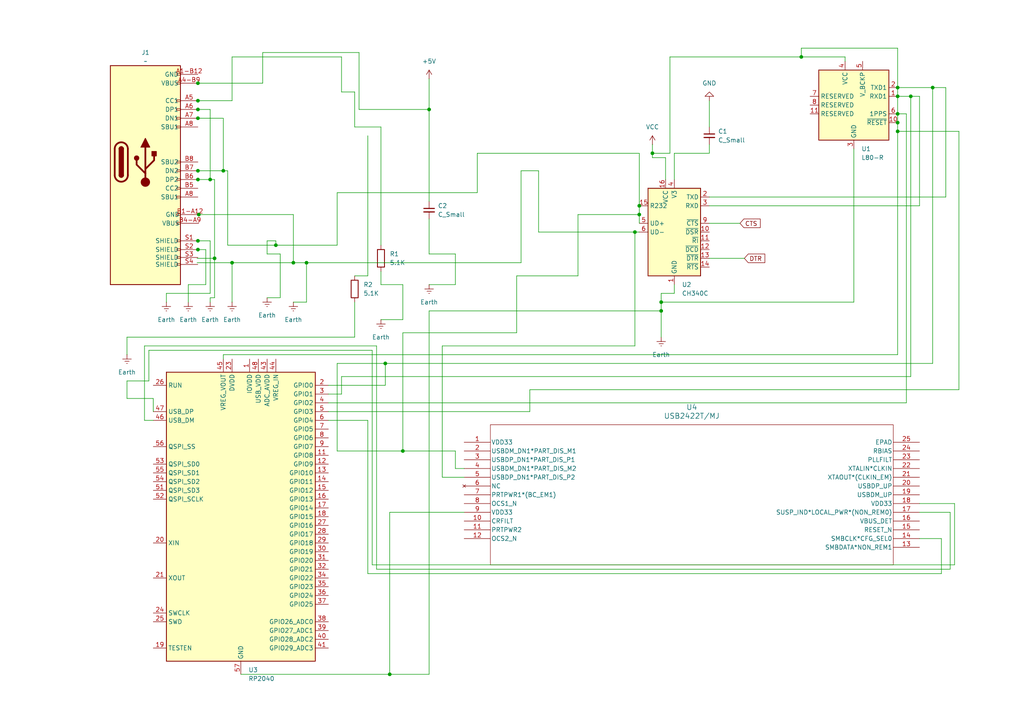
<source format=kicad_sch>
(kicad_sch (version 20231120) (generator "eeschema") (generator_version "8.0")
  (paper "A4")
  (lib_symbols
    (symbol "Device:C_Small" (pin_numbers hide) (pin_names (offset 0.254) hide)
      (property "Reference" "C" (at 0.254 1.778 0))
      (property "Value" "C_Small" (at 0.254 -2.032 0))
      (symbol "C_Small_0_1"
        (polyline (pts (xy -1.524 -0.508) (xy 1.524 -0.508)) (stroke (width 0.3302)))
        (polyline (pts (xy -1.524 0.508) (xy 1.524 0.508)) (stroke (width 0.3048)))
      )
      (symbol "C_Small_1_1"
        (pin passive line (at 0 2.54 270) (length 2.032) (name "~") (number "1"))
        (pin passive line (at 0 -2.54 90) (length 2.032) (name "~") (number "2"))
      )
    )
    (symbol "Device:R" (pin_numbers hide) (pin_names (offset 0))
      (property "Reference" "R" (at 2.032 0 90))
      (property "Value" "R" (at 0 0 90))
      (symbol "R_0_1"
        (rectangle (start -1.016 -2.54) (end 1.016 2.54) (stroke (width 0.254)))
      )
      (symbol "R_1_1"
        (pin passive line (at 0 3.81 270) (length 1.27) (name "~") (number "1"))
        (pin passive line (at 0 -3.81 90) (length 1.27) (name "~") (number "2"))
      )
    )
    (symbol "Interface_USB:CH340C"
      (property "Reference" "U" (at -5.08 13.97 0))
      (property "Value" "CH340C" (at 1.27 13.97 0))
      (symbol "CH340C_0_1"
        (rectangle (start -7.62 12.7) (end 7.62 -12.7) (stroke (width 0.254)) (fill (type background)))
      )
      (symbol "CH340C_1_1"
        (pin power_in line (at 0 -15.24 90) (length 2.54) (name "GND") (number "1"))
        (pin input line (at 10.16 0 180) (length 2.54) (name "~{DSR}") (number "10"))
        (pin input line (at 10.16 -2.54 180) (length 2.54) (name "~{RI}") (number "11"))
        (pin input line (at 10.16 -5.08 180) (length 2.54) (name "~{DCD}") (number "12"))
        (pin output line (at 10.16 -7.62 180) (length 2.54) (name "~{DTR}") (number "13"))
        (pin output line (at 10.16 -10.16 180) (length 2.54) (name "~{RTS}") (number "14"))
        (pin input line (at -10.16 7.62 0) (length 2.54) (name "R232") (number "15"))
        (pin power_in line (at -2.54 15.24 270) (length 2.54) (name "VCC") (number "16"))
        (pin output line (at 10.16 10.16 180) (length 2.54) (name "TXD") (number "2"))
        (pin input line (at 10.16 7.62 180) (length 2.54) (name "RXD") (number "3"))
        (pin power_out line (at 0 15.24 270) (length 2.54) (name "V3") (number "4"))
        (pin bidirectional line (at -10.16 2.54 0) (length 2.54) (name "UD+") (number "5"))
        (pin bidirectional line (at -10.16 0 0) (length 2.54) (name "UD-") (number "6"))
        (pin no_connect line (at -7.62 -5.08 0) (length 2.54) hide (name "NC") (number "7"))
        (pin no_connect line (at -7.62 -7.62 0) (length 2.54) hide (name "NC") (number "8"))
        (pin input line (at 10.16 2.54 180) (length 2.54) (name "~{CTS}") (number "9"))
      )
    )
    (symbol "MCU_RaspberryPi:RP2040"
      (property "Reference" "U" (at 17.78 45.72 0))
      (property "Value" "RP2040" (at 17.78 43.18 0))
      (symbol "RP2040_0_1"
        (rectangle (start -21.59 41.91) (end 21.59 -41.91) (stroke (width 0.254)) (fill (type background)))
      )
      (symbol "RP2040_1_1"
        (pin power_in line (at 2.54 45.72 270) (length 3.81) (name "IOVDD") (number "1"))
        (pin passive line (at 2.54 45.72 270) (length 3.81) hide (name "IOVDD") (number "10"))
        (pin bidirectional line (at 25.4 17.78 180) (length 3.81) (name "GPIO8") (number "11"))
        (pin bidirectional line (at 25.4 15.24 180) (length 3.81) (name "GPIO9") (number "12"))
        (pin bidirectional line (at 25.4 12.7 180) (length 3.81) (name "GPIO10") (number "13"))
        (pin bidirectional line (at 25.4 10.16 180) (length 3.81) (name "GPIO11") (number "14"))
        (pin bidirectional line (at 25.4 7.62 180) (length 3.81) (name "GPIO12") (number "15"))
        (pin bidirectional line (at 25.4 5.08 180) (length 3.81) (name "GPIO13") (number "16"))
        (pin bidirectional line (at 25.4 2.54 180) (length 3.81) (name "GPIO14") (number "17"))
        (pin bidirectional line (at 25.4 0 180) (length 3.81) (name "GPIO15") (number "18"))
        (pin input line (at -25.4 -38.1 0) (length 3.81) (name "TESTEN") (number "19"))
        (pin bidirectional line (at 25.4 38.1 180) (length 3.81) (name "GPIO0") (number "2"))
        (pin input line (at -25.4 -7.62 0) (length 3.81) (name "XIN") (number "20"))
        (pin passive line (at -25.4 -17.78 0) (length 3.81) (name "XOUT") (number "21"))
        (pin passive line (at 2.54 45.72 270) (length 3.81) hide (name "IOVDD") (number "22"))
        (pin power_in line (at -2.54 45.72 270) (length 3.81) (name "DVDD") (number "23"))
        (pin input line (at -25.4 -27.94 0) (length 3.81) (name "SWCLK") (number "24"))
        (pin bidirectional line (at -25.4 -30.48 0) (length 3.81) (name "SWD") (number "25"))
        (pin input line (at -25.4 38.1 0) (length 3.81) (name "RUN") (number "26"))
        (pin bidirectional line (at 25.4 -2.54 180) (length 3.81) (name "GPIO16") (number "27"))
        (pin bidirectional line (at 25.4 -5.08 180) (length 3.81) (name "GPIO17") (number "28"))
        (pin bidirectional line (at 25.4 -7.62 180) (length 3.81) (name "GPIO18") (number "29"))
        (pin bidirectional line (at 25.4 35.56 180) (length 3.81) (name "GPIO1") (number "3"))
        (pin bidirectional line (at 25.4 -10.16 180) (length 3.81) (name "GPIO19") (number "30"))
        (pin bidirectional line (at 25.4 -12.7 180) (length 3.81) (name "GPIO20") (number "31"))
        (pin bidirectional line (at 25.4 -15.24 180) (length 3.81) (name "GPIO21") (number "32"))
        (pin passive line (at 2.54 45.72 270) (length 3.81) hide (name "IOVDD") (number "33"))
        (pin bidirectional line (at 25.4 -17.78 180) (length 3.81) (name "GPIO22") (number "34"))
        (pin bidirectional line (at 25.4 -20.32 180) (length 3.81) (name "GPIO23") (number "35"))
        (pin bidirectional line (at 25.4 -22.86 180) (length 3.81) (name "GPIO24") (number "36"))
        (pin bidirectional line (at 25.4 -25.4 180) (length 3.81) (name "GPIO25") (number "37"))
        (pin bidirectional line (at 25.4 -30.48 180) (length 3.81) (name "GPIO26_ADC0") (number "38"))
        (pin bidirectional line (at 25.4 -33.02 180) (length 3.81) (name "GPIO27_ADC1") (number "39"))
        (pin bidirectional line (at 25.4 33.02 180) (length 3.81) (name "GPIO2") (number "4"))
        (pin bidirectional line (at 25.4 -35.56 180) (length 3.81) (name "GPIO28_ADC2") (number "40"))
        (pin bidirectional line (at 25.4 -38.1 180) (length 3.81) (name "GPIO29_ADC3") (number "41"))
        (pin passive line (at 2.54 45.72 270) (length 3.81) hide (name "IOVDD") (number "42"))
        (pin power_in line (at 7.62 45.72 270) (length 3.81) (name "ADC_AVDD") (number "43"))
        (pin power_in line (at 10.16 45.72 270) (length 3.81) (name "VREG_IN") (number "44"))
        (pin power_out line (at -5.08 45.72 270) (length 3.81) (name "VREG_VOUT") (number "45"))
        (pin bidirectional line (at -25.4 27.94 0) (length 3.81) (name "USB_DM") (number "46"))
        (pin bidirectional line (at -25.4 30.48 0) (length 3.81) (name "USB_DP") (number "47"))
        (pin power_in line (at 5.08 45.72 270) (length 3.81) (name "USB_VDD") (number "48"))
        (pin passive line (at 2.54 45.72 270) (length 3.81) hide (name "IOVDD") (number "49"))
        (pin bidirectional line (at 25.4 30.48 180) (length 3.81) (name "GPIO3") (number "5"))
        (pin passive line (at -2.54 45.72 270) (length 3.81) hide (name "DVDD") (number "50"))
        (pin bidirectional line (at -25.4 7.62 0) (length 3.81) (name "QSPI_SD3") (number "51"))
        (pin output line (at -25.4 5.08 0) (length 3.81) (name "QSPI_SCLK") (number "52"))
        (pin bidirectional line (at -25.4 15.24 0) (length 3.81) (name "QSPI_SD0") (number "53"))
        (pin bidirectional line (at -25.4 10.16 0) (length 3.81) (name "QSPI_SD2") (number "54"))
        (pin bidirectional line (at -25.4 12.7 0) (length 3.81) (name "QSPI_SD1") (number "55"))
        (pin bidirectional line (at -25.4 20.32 0) (length 3.81) (name "QSPI_SS") (number "56"))
        (pin power_in line (at 0 -45.72 90) (length 3.81) (name "GND") (number "57"))
        (pin bidirectional line (at 25.4 27.94 180) (length 3.81) (name "GPIO4") (number "6"))
        (pin bidirectional line (at 25.4 25.4 180) (length 3.81) (name "GPIO5") (number "7"))
        (pin bidirectional line (at 25.4 22.86 180) (length 3.81) (name "GPIO6") (number "8"))
        (pin bidirectional line (at 25.4 20.32 180) (length 3.81) (name "GPIO7") (number "9"))
      )
    )
    (symbol "RF_GPS:L80-R"
      (property "Reference" "U" (at -10.16 11.43 0))
      (property "Value" "L80-R" (at 10.16 11.43 0))
      (symbol "L80-R_0_1"
        (rectangle (start -10.16 10.16) (end 10.16 -10.16) (stroke (width 0.254)) (fill (type background)))
      )
      (symbol "L80-R_1_1"
        (pin input line (at 12.7 2.54 180) (length 2.54) (name "RXD1") (number "1"))
        (pin input line (at 12.7 -5.08 180) (length 2.54) (name "~{RESET}") (number "10"))
        (pin passive line (at -12.7 -2.54 0) (length 2.54) (name "RESERVED") (number "11"))
        (pin passive line (at 0 -12.7 90) (length 2.54) hide (name "GND") (number "12"))
        (pin output line (at 12.7 5.08 180) (length 2.54) (name "TXD1") (number "2"))
        (pin power_in line (at 0 -12.7 90) (length 2.54) (name "GND") (number "3"))
        (pin power_in line (at -2.54 12.7 270) (length 2.54) (name "VCC") (number "4"))
        (pin power_in line (at 2.54 12.7 270) (length 2.54) (name "V_BCKP") (number "5"))
        (pin output line (at 12.7 -2.54 180) (length 2.54) (name "1PPS") (number "6"))
        (pin passive line (at -12.7 2.54 0) (length 2.54) (name "RESERVED") (number "7"))
        (pin passive line (at -12.7 0 0) (length 2.54) (name "RESERVED") (number "8"))
        (pin no_connect line (at 10.16 0 180) (length 2.54) hide (name "NC") (number "9"))
      )
    )
    (symbol "power:+5V" (power) (pin_numbers hide) (pin_names (offset 0) hide)
      (property "Value" "+5V" (at 0 3.556 0))
      (symbol "+5V_0_1"
        (polyline (pts (xy -0.762 1.27) (xy 0 2.54)))
        (polyline (pts (xy 0 0) (xy 0 2.54)))
        (polyline (pts (xy 0 2.54) (xy 0.762 1.27)))
      )
      (symbol "+5V_1_1"
        (pin power_in line (at 0 0 90) (length 0) (name "~") (number "1"))
      )
    )
    (symbol "power:Earth" (power) (pin_numbers hide) (pin_names (offset 0) hide)
      (property "Value" "Earth" (at 0 -3.81 0))
      (symbol "Earth_0_1"
        (polyline (pts (xy -0.635 -1.905) (xy 0.635 -1.905)))
        (polyline (pts (xy -0.127 -2.54) (xy 0.127 -2.54)))
        (polyline (pts (xy 0 -1.27) (xy 0 0)))
        (polyline (pts (xy 1.27 -1.27) (xy -1.27 -1.27)))
      )
      (symbol "Earth_1_1"
        (pin power_in line (at 0 0 270) (length 0) (name "~") (number "1"))
      )
    )
    (symbol "power:GND" (power) (pin_numbers hide) (pin_names (offset 0) hide)
      (property "Value" "GND" (at 0 -3.81 0))
      (symbol "GND_0_1"
        (polyline (pts (xy 0 0) (xy 0 -1.27) (xy 1.27 -1.27) (xy 0 -2.54) (xy -1.27 -1.27) (xy 0 -1.27)))
      )
      (symbol "GND_1_1"
        (pin power_in line (at 0 0 270) (length 0) (name "~") (number "1"))
      )
    )
    (symbol "power:VCC" (power) (pin_numbers hide) (pin_names (offset 0) hide)
      (property "Value" "VCC" (at 0 3.556 0))
      (symbol "VCC_0_1"
        (polyline (pts (xy -0.762 1.27) (xy 0 2.54)))
        (polyline (pts (xy 0 0) (xy 0 2.54)))
        (polyline (pts (xy 0 2.54) (xy 0.762 1.27)))
      )
      (symbol "VCC_1_1"
        (pin power_in line (at 0 0 90) (length 0) (name "~") (number "1"))
      )
    )
    (symbol "usb-c12pin:USB-C12Pn"
      (property "Reference" "J" (at 0 0 0))
      (symbol "USB-C12Pn_0_0"
        (rectangle (start -5.842 -0.254) (end -4.826 -0.762))
        (rectangle (start -5.842 1.778) (end -4.826 1.27))
        (rectangle (start -5.842 24.384) (end -4.826 23.876))
        (rectangle (start -5.842 39.624) (end -4.826 39.116))
        (rectangle (start -5.842 42.164) (end -4.826 41.656))
        (rectangle (start -5.842 44.704) (end -4.826 44.196))
        (rectangle (start -5.842 52.324) (end -4.826 51.816))
        (rectangle (start -4.826 4.064) (end -5.842 3.556))
        (rectangle (start -4.826 6.604) (end -5.842 6.096))
        (rectangle (start -4.826 11.684) (end -5.842 11.176))
        (rectangle (start -4.826 14.224) (end -5.842 13.716))
        (rectangle (start -4.826 19.304) (end -5.842 18.796))
        (rectangle (start -4.826 21.844) (end -5.842 21.336))
        (rectangle (start -4.826 26.924) (end -5.842 26.416))
        (rectangle (start -4.826 29.464) (end -5.842 28.956))
        (rectangle (start -4.826 47.244) (end -5.842 46.736))
        (rectangle (start -4.826 54.864) (end -5.842 54.356))
      )
      (symbol "USB-C12Pn_0_1"
        (rectangle (start -25.146 57.15) (end -4.826 -6.35) (stroke (width 0.254)) (fill (type background)))
        (arc (start -23.876 25.4) (mid -21.971 23.5033) (end -20.066 25.4) (stroke (width 0.508)))
        (arc (start -22.606 25.4) (mid -21.971 24.7677) (end -21.336 25.4) (stroke (width 0.254)))
        (arc (start -22.606 25.4) (mid -21.971 24.7677) (end -21.336 25.4) (stroke (width 0.254)) (fill (type outline)))
        (rectangle (start -22.606 25.4) (end -21.336 33.02) (stroke (width 0.254)) (fill (type outline)))
        (arc (start -21.336 33.02) (mid -21.971 33.6523) (end -22.606 33.02) (stroke (width 0.254)))
        (arc (start -21.336 33.02) (mid -21.971 33.6523) (end -22.606 33.02) (stroke (width 0.254)) (fill (type outline)))
        (arc (start -20.066 33.02) (mid -21.971 34.9167) (end -23.876 33.02) (stroke (width 0.508)))
        (polyline (pts (xy -23.876 25.4) (xy -23.876 33.02)) (stroke (width 0.508)))
        (polyline (pts (xy -20.066 33.02) (xy -20.066 25.4)) (stroke (width 0.508)))
      )
      (symbol "USB-C12Pn_1_1"
        (circle (center -17.526 30.353) (radius 0.635) (stroke (width 0.254)) (fill (type outline)))
        (circle (center -14.986 23.368) (radius 1.27) (fill (type outline)))
        (rectangle (start -13.081 30.988) (end -11.811 32.258) (stroke (width 0.254)) (fill (type outline)))
        (polyline (pts (xy -14.986 23.368) (xy -14.986 33.528)) (stroke (width 0.508)))
        (polyline (pts (xy -14.986 25.908) (xy -17.526 28.448) (xy -17.526 29.718)) (stroke (width 0.508)))
        (polyline (pts (xy -14.986 27.178) (xy -12.446 29.718) (xy -12.446 30.988)) (stroke (width 0.508)))
        (polyline (pts (xy -16.256 33.528) (xy -14.986 36.068) (xy -13.716 33.528) (xy -16.256 33.528)) (stroke (width 0.254)) (fill (type outline)))
        (pin passive line (at 0.254 54.61 180) (length 5.08) (name "GND") (number "A1-B12"))
        (pin bidirectional line (at 0.254 52.07 180) (length 5.08) (name "VBUS") (number "A4-B9"))
        (pin bidirectional line (at 0.254 46.99 180) (length 5.08) (name "CC1") (number "A5"))
        (pin bidirectional line (at 0.254 44.45 180) (length 5.08) (name "DP1") (number "A6"))
        (pin bidirectional line (at 0.254 41.91 180) (length 5.08) (name "DN1") (number "A7"))
        (pin bidirectional line (at 0.254 19.05 180) (length 5.08) (name "SBU1") (number "A8"))
        (pin bidirectional line (at 0.254 39.37 180) (length 5.08) (name "SBU1") (number "A8"))
        (pin passive line (at 0.508 13.97 180) (length 5.08) (name "GND") (number "B1-A12"))
        (pin bidirectional line (at 0.508 11.43 180) (length 5.08) (name "VBUS") (number "B4-A9"))
        (pin bidirectional line (at 0.254 21.59 180) (length 5.08) (name "CC2") (number "B5"))
        (pin bidirectional line (at 0.254 24.13 180) (length 5.08) (name "DP2") (number "B6"))
        (pin bidirectional line (at 0.254 26.67 180) (length 5.08) (name "DN2") (number "B7"))
        (pin bidirectional line (at 0.254 29.21 180) (length 5.08) (name "SBU2") (number "B8"))
        (pin passive line (at 0.254 6.35 180) (length 5.08) (name "SHIELD") (number "S1"))
        (pin passive line (at 0.254 3.81 180) (length 5.08) (name "SHIELD") (number "S2"))
        (pin passive line (at 0.254 1.524 180) (length 5.08) (name "SHIELD") (number "S3"))
        (pin passive line (at 0.254 -0.508 180) (length 5.08) (name "SHIELD") (number "S4"))
      )
    )
    (symbol "usbhubdigikey:USB2422T_MJ" (pin_names (offset 0.254))
      (property "Reference" "U" (at 66.04 10.16 0))
      (property "Value" "USB2422T/MJ" (at 66.04 7.62 0))
      (symbol "USB2422T_MJ_0_1"
        (polyline (pts (xy 7.62 -35.56) (xy 124.46 -35.56)) (stroke (width 0.127)))
        (polyline (pts (xy 7.62 5.08) (xy 7.62 -35.56)) (stroke (width 0.127)))
        (polyline (pts (xy 124.46 -35.56) (xy 124.46 5.08)) (stroke (width 0.127)))
        (polyline (pts (xy 124.46 5.08) (xy 7.62 5.08)) (stroke (width 0.127)))
        (pin power_in line (at 0 0 0) (length 7.62) (name "VDD33") (number "1"))
        (pin unspecified line (at 0 -22.86 0) (length 7.62) (name "CRFILT") (number "10"))
        (pin power_in line (at 0 -25.4 0) (length 7.62) (name "PRTPWR2") (number "11"))
        (pin bidirectional line (at 0 -27.94 0) (length 7.62) (name "OCS2_N") (number "12"))
        (pin bidirectional line (at 132.08 -30.48 180) (length 7.62) (name "SMBDATA*NON_REM1") (number "13"))
        (pin bidirectional line (at 132.08 -27.94 180) (length 7.62) (name "SMBCLK*CFG_SEL0") (number "14"))
        (pin input line (at 132.08 -25.4 180) (length 7.62) (name "RESET_N") (number "15"))
        (pin input line (at 132.08 -22.86 180) (length 7.62) (name "VBUS_DET") (number "16"))
        (pin bidirectional line (at 132.08 -20.32 180) (length 7.62) (name "SUSP_IND*LOCAL_PWR*(NON_REM0)") (number "17"))
        (pin power_in line (at 132.08 -17.78 180) (length 7.62) (name "VDD33") (number "18"))
        (pin bidirectional line (at 132.08 -15.24 180) (length 7.62) (name "USBDM_UP") (number "19"))
        (pin bidirectional line (at 0 -2.54 0) (length 7.62) (name "USBDM_DN1*PART_DIS_M1") (number "2"))
        (pin bidirectional line (at 132.08 -12.7 180) (length 7.62) (name "USBDP_UP") (number "20"))
        (pin output line (at 132.08 -10.16 180) (length 7.62) (name "XTAOUT*(CLKIN_EM)") (number "21"))
        (pin input line (at 132.08 -7.62 180) (length 7.62) (name "XTALIN*CLKIN") (number "22"))
        (pin unspecified line (at 132.08 -5.08 180) (length 7.62) (name "PLLFILT") (number "23"))
        (pin unspecified line (at 132.08 -2.54 180) (length 7.62) (name "RBIAS") (number "24"))
        (pin unspecified line (at 132.08 0 180) (length 7.62) (name "EPAD") (number "25"))
        (pin bidirectional line (at 0 -5.08 0) (length 7.62) (name "USBDP_DN1*PART_DIS_P1") (number "3"))
        (pin bidirectional line (at 0 -7.62 0) (length 7.62) (name "USBDM_DN1*PART_DIS_M2") (number "4"))
        (pin bidirectional line (at 0 -10.16 0) (length 7.62) (name "USBDP_DN1*PART_DIS_P2") (number "5"))
        (pin no_connect line (at 0 -12.7 0) (length 7.62) (name "NC") (number "6"))
        (pin power_in line (at 0 -15.24 0) (length 7.62) (name "PRTPWR1*(BC_EM1)") (number "7"))
        (pin bidirectional line (at 0 -17.78 0) (length 7.62) (name "OCS1_N") (number "8"))
        (pin power_in line (at 0 -20.32 0) (length 7.62) (name "VDD33") (number "9"))
      )
    )
  )
  (junction (at 189.23 44.45))
  (junction (at 260.35 25.4))
  (junction (at 85.09 76.2))
  (junction (at 124.46 31.75))
  (junction (at 57.658 62.23))
  (junction (at 57.404 49.53))
  (junction (at 57.404 72.39))
  (junction (at 57.404 31.75))
  (junction (at 116.84 130.81))
  (junction (at 260.35 33.02))
  (junction (at 67.31 76.2))
  (junction (at 113.03 195.58))
  (junction (at 191.77 90.17))
  (junction (at 57.404 69.85))
  (junction (at 88.9 76.2))
  (junction (at 57.404 24.13))
  (junction (at 57.404 52.07))
  (junction (at 260.35 35.56))
  (junction (at 260.35 27.94))
  (junction (at 264.16 27.94))
  (junction (at 111.76 105.41))
  (junction (at 191.77 87.63))
  (junction (at 260.35 38.1))
  (junction (at 60.96 52.07))
  (junction (at 270.51 25.4))
  (junction (at 185.42 59.69))
  (junction (at 185.42 62.23))
  (junction (at 57.404 29.21))
  (junction (at 184.15 67.31))
  (junction (at 57.404 34.29))
  (junction (at 62.23 74.93))
  (junction (at 232.41 16.51))
  (junction (at 80.01 71.12))
  (junction (at 64.77 49.53))
  (wire (pts (xy 102.87 26.67) (xy 102.87 36.83)))
  (wire (pts (xy 195.58 85.09) (xy 195.58 82.55)))
  (wire (pts (xy 102.87 97.79) (xy 102.87 87.63)))
  (wire (pts (xy 67.31 29.21) (xy 67.31 16.51)))
  (wire (pts (xy 77.47 73.66) (xy 81.28 73.66)))
  (wire (pts (xy 99.06 109.22) (xy 99.06 114.3)))
  (wire (pts (xy 104.14 31.75) (xy 124.46 31.75)))
  (wire (pts (xy 54.61 82.55) (xy 54.61 87.63)))
  (wire (pts (xy 205.74 57.15) (xy 274.32 57.15)))
  (wire (pts (xy 81.28 86.36) (xy 77.47 86.36)))
  (wire (pts (xy 59.69 72.39) (xy 59.69 82.55)))
  (wire (pts (xy 266.7 27.94) (xy 266.7 59.69)))
  (wire (pts (xy 189.23 44.45) (xy 189.23 45.72)))
  (wire (pts (xy 185.42 59.69) (xy 185.42 62.23)))
  (wire (pts (xy 99.06 109.22) (xy 264.16 109.22)))
  (wire (pts (xy 116.84 96.52) (xy 116.84 130.81)))
  (wire (pts (xy 245.11 17.78) (xy 245.11 16.51)))
  (wire (pts (xy 57.15 52.07) (xy 57.404 52.07)))
  (wire (pts (xy 57.404 29.21) (xy 67.31 29.21)))
  (wire (pts (xy 57.15 76.2) (xy 67.31 76.2)))
  (wire (pts (xy 156.21 49.53) (xy 156.21 67.31)))
  (wire (pts (xy 81.28 73.66) (xy 81.28 86.36)))
  (wire (pts (xy 106.68 166.37) (xy 106.68 121.92)))
  (wire (pts (xy 111.76 111.76) (xy 95.25 111.76)))
  (wire (pts (xy 88.9 76.2) (xy 151.13 76.2)))
  (wire (pts (xy 167.64 80.01) (xy 149.86 80.01)))
  (wire (pts (xy 232.41 16.51) (xy 245.11 16.51)))
  (wire (pts (xy 110.49 78.74) (xy 110.49 82.55)))
  (wire (pts (xy 62.23 52.07) (xy 62.23 74.93)))
  (wire (pts (xy 110.49 82.55) (xy 116.84 82.55)))
  (wire (pts (xy 260.35 33.02) (xy 260.35 35.56)))
  (wire (pts (xy 116.84 92.71) (xy 110.49 92.71)))
  (wire (pts (xy 260.35 13.97) (xy 232.41 13.97)))
  (wire (pts (xy 80.01 69.85) (xy 80.01 71.12)))
  (wire (pts (xy 57.15 74.93) (xy 62.23 74.93)))
  (wire (pts (xy 185.42 62.23) (xy 167.64 62.23)))
  (wire (pts (xy 124.46 63.5) (xy 124.46 73.66)))
  (wire (pts (xy 149.86 80.01) (xy 149.86 96.52)))
  (wire (pts (xy 132.08 135.89) (xy 134.62 135.89)))
  (wire (pts (xy 184.15 67.31) (xy 185.42 67.31)))
  (wire (pts (xy 106.68 80.01) (xy 102.87 80.01)))
  (wire (pts (xy 106.68 39.37) (xy 106.68 80.01)))
  (wire (pts (xy 124.46 90.17) (xy 124.46 195.58)))
  (wire (pts (xy 44.45 115.57) (xy 36.83 115.57)))
  (wire (pts (xy 66.04 49.53) (xy 66.04 71.12)))
  (wire (pts (xy 60.96 86.36) (xy 60.96 87.63)))
  (wire (pts (xy 107.95 163.83) (xy 276.86 163.83)))
  (wire (pts (xy 260.35 13.97) (xy 260.35 25.4)))
  (wire (pts (xy 193.04 52.07) (xy 193.04 45.72)))
  (wire (pts (xy 278.13 38.1) (xy 260.35 38.1)))
  (wire (pts (xy 274.32 25.4) (xy 274.32 57.15)))
  (wire (pts (xy 67.31 76.2) (xy 85.09 76.2)))
  (wire (pts (xy 64.77 104.14) (xy 64.77 102.87)))
  (wire (pts (xy 57.404 34.29) (xy 64.77 34.29)))
  (wire (pts (xy 77.47 69.85) (xy 77.47 73.66)))
  (wire (pts (xy 57.15 69.85) (xy 57.404 69.85)))
  (wire (pts (xy 194.31 16.51) (xy 194.31 44.45)))
  (wire (pts (xy 151.13 49.53) (xy 156.21 49.53)))
  (wire (pts (xy 60.96 69.85) (xy 60.96 85.09)))
  (wire (pts (xy 232.41 13.97) (xy 232.41 16.51)))
  (wire (pts (xy 266.7 148.59) (xy 275.59 148.59)))
  (wire (pts (xy 273.05 166.37) (xy 106.68 166.37)))
  (wire (pts (xy 85.09 62.23) (xy 85.09 76.2)))
  (wire (pts (xy 57.15 31.75) (xy 57.404 31.75)))
  (wire (pts (xy 57.658 62.23) (xy 85.09 62.23)))
  (wire (pts (xy 41.91 121.92) (xy 44.45 121.92)))
  (wire (pts (xy 191.77 90.17) (xy 124.46 90.17)))
  (wire (pts (xy 60.96 52.07) (xy 62.23 52.07)))
  (wire (pts (xy 62.23 74.93) (xy 62.23 86.36)))
  (wire (pts (xy 191.77 90.17) (xy 191.77 97.79)))
  (wire (pts (xy 205.74 41.91) (xy 205.74 44.45)))
  (wire (pts (xy 185.42 62.23) (xy 185.42 64.77)))
  (wire (pts (xy 95.25 119.38) (xy 153.67 119.38)))
  (wire (pts (xy 260.35 38.1) (xy 260.35 102.87)))
  (wire (pts (xy 99.06 26.67) (xy 102.87 26.67)))
  (wire (pts (xy 36.83 115.57) (xy 36.83 110.49)))
  (wire (pts (xy 43.18 101.6) (xy 107.95 101.6)))
  (wire (pts (xy 260.35 25.4) (xy 270.51 25.4)))
  (wire (pts (xy 66.04 71.12) (xy 80.01 71.12)))
  (wire (pts (xy 214.63 64.77) (xy 205.74 64.77)))
  (wire (pts (xy 97.79 71.12) (xy 97.79 55.88)))
  (wire (pts (xy 134.62 138.43) (xy 128.27 138.43)))
  (wire (pts (xy 194.31 16.51) (xy 232.41 16.51)))
  (wire (pts (xy 104.14 15.24) (xy 104.14 31.75)))
  (wire (pts (xy 80.01 71.12) (xy 97.79 71.12)))
  (wire (pts (xy 113.03 148.59) (xy 134.62 148.59)))
  (wire (pts (xy 76.2 15.24) (xy 104.14 15.24)))
  (wire (pts (xy 57.15 24.13) (xy 57.404 24.13)))
  (wire (pts (xy 260.35 33.02) (xy 262.89 33.02)))
  (wire (pts (xy 184.15 100.33) (xy 184.15 67.31)))
  (wire (pts (xy 44.45 119.38) (xy 44.45 115.57)))
  (wire (pts (xy 57.404 31.75) (xy 60.96 31.75)))
  (wire (pts (xy 260.35 27.94) (xy 260.35 33.02)))
  (wire (pts (xy 275.59 165.1) (xy 109.22 165.1)))
  (wire (pts (xy 260.35 35.56) (xy 260.35 38.1)))
  (wire (pts (xy 69.85 195.58) (xy 113.03 195.58)))
  (wire (pts (xy 124.46 73.66) (xy 132.08 73.66)))
  (wire (pts (xy 109.22 100.33) (xy 41.91 100.33)))
  (wire (pts (xy 77.47 69.85) (xy 80.01 69.85)))
  (wire (pts (xy 124.46 31.75) (xy 124.46 58.42)))
  (wire (pts (xy 185.42 44.45) (xy 185.42 59.69)))
  (wire (pts (xy 57.15 62.23) (xy 57.658 62.23)))
  (wire (pts (xy 195.58 44.45) (xy 195.58 52.07)))
  (wire (pts (xy 215.9 74.93) (xy 205.74 74.93)))
  (wire (pts (xy 191.77 87.63) (xy 191.77 90.17)))
  (wire (pts (xy 189.23 41.91) (xy 189.23 44.45)))
  (wire (pts (xy 273.05 156.21) (xy 273.05 166.37)))
  (wire (pts (xy 36.83 97.79) (xy 36.83 102.87)))
  (wire (pts (xy 205.74 29.21) (xy 205.74 36.83)))
  (wire (pts (xy 57.404 52.07) (xy 60.96 52.07)))
  (wire (pts (xy 99.06 16.51) (xy 99.06 26.67)))
  (wire (pts (xy 57.404 24.13) (xy 76.2 24.13)))
  (wire (pts (xy 57.404 72.39) (xy 59.69 72.39)))
  (wire (pts (xy 270.51 25.4) (xy 270.51 105.41)))
  (wire (pts (xy 191.77 85.09) (xy 191.77 87.63)))
  (wire (pts (xy 60.96 31.75) (xy 60.96 52.07)))
  (wire (pts (xy 110.49 71.12) (xy 110.49 36.83)))
  (wire (pts (xy 88.9 87.63) (xy 85.09 87.63)))
  (wire (pts (xy 167.64 62.23) (xy 167.64 80.01)))
  (wire (pts (xy 85.09 76.2) (xy 88.9 76.2)))
  (wire (pts (xy 116.84 82.55) (xy 116.84 92.71)))
  (wire (pts (xy 57.15 34.29) (xy 57.404 34.29)))
  (wire (pts (xy 195.58 44.45) (xy 205.74 44.45)))
  (wire (pts (xy 193.04 45.72) (xy 189.23 45.72)))
  (wire (pts (xy 106.68 121.92) (xy 95.25 121.92)))
  (wire (pts (xy 264.16 27.94) (xy 266.7 27.94)))
  (wire (pts (xy 266.7 156.21) (xy 273.05 156.21)))
  (wire (pts (xy 97.79 105.41) (xy 97.79 130.81)))
  (wire (pts (xy 247.65 43.18) (xy 247.65 87.63)))
  (wire (pts (xy 113.03 195.58) (xy 124.46 195.58)))
  (wire (pts (xy 270.51 25.4) (xy 274.32 25.4)))
  (wire (pts (xy 153.67 119.38) (xy 153.67 113.03)))
  (wire (pts (xy 64.77 102.87) (xy 260.35 102.87)))
  (wire (pts (xy 264.16 109.22) (xy 264.16 27.94)))
  (wire (pts (xy 67.31 16.51) (xy 99.06 16.51)))
  (wire (pts (xy 41.91 100.33) (xy 41.91 121.92)))
  (wire (pts (xy 276.86 146.05) (xy 266.7 146.05)))
  (wire (pts (xy 60.96 85.09) (xy 48.26 85.09)))
  (wire (pts (xy 62.23 86.36) (xy 60.96 86.36)))
  (wire (pts (xy 59.69 82.55) (xy 54.61 82.55)))
  (wire (pts (xy 132.08 82.55) (xy 124.46 82.55)))
  (wire (pts (xy 95.25 114.3) (xy 99.06 114.3)))
  (wire (pts (xy 57.15 49.53) (xy 57.404 49.53)))
  (wire (pts (xy 153.67 113.03) (xy 278.13 113.03)))
  (wire (pts (xy 36.83 110.49) (xy 43.18 110.49)))
  (wire (pts (xy 247.65 87.63) (xy 191.77 87.63)))
  (wire (pts (xy 43.18 110.49) (xy 43.18 101.6)))
  (wire (pts (xy 113.03 195.58) (xy 113.03 148.59)))
  (wire (pts (xy 194.31 44.45) (xy 189.23 44.45)))
  (wire (pts (xy 88.9 76.2) (xy 88.9 87.63)))
  (wire (pts (xy 276.86 163.83) (xy 276.86 146.05)))
  (wire (pts (xy 132.08 73.66) (xy 132.08 82.55)))
  (wire (pts (xy 97.79 130.81) (xy 116.84 130.81)))
  (wire (pts (xy 64.77 49.53) (xy 66.04 49.53)))
  (wire (pts (xy 107.95 101.6) (xy 107.95 163.83)))
  (wire (pts (xy 102.87 36.83) (xy 110.49 36.83)))
  (wire (pts (xy 191.77 85.09) (xy 195.58 85.09)))
  (wire (pts (xy 57.404 49.53) (xy 64.77 49.53)))
  (wire (pts (xy 57.15 72.39) (xy 57.404 72.39)))
  (wire (pts (xy 151.13 76.2) (xy 151.13 49.53)))
  (wire (pts (xy 262.89 116.84) (xy 95.25 116.84)))
  (wire (pts (xy 138.43 55.88) (xy 138.43 44.45)))
  (wire (pts (xy 57.15 29.21) (xy 57.404 29.21)))
  (wire (pts (xy 116.84 130.81) (xy 132.08 130.81)))
  (wire (pts (xy 57.404 69.85) (xy 60.96 69.85)))
  (wire (pts (xy 111.76 105.41) (xy 270.51 105.41)))
  (wire (pts (xy 102.87 97.79) (xy 36.83 97.79)))
  (wire (pts (xy 48.26 85.09) (xy 48.26 87.63)))
  (wire (pts (xy 278.13 113.03) (xy 278.13 38.1)))
  (wire (pts (xy 132.08 130.81) (xy 132.08 135.89)))
  (wire (pts (xy 97.79 55.88) (xy 138.43 55.88)))
  (wire (pts (xy 260.35 27.94) (xy 264.16 27.94)))
  (wire (pts (xy 111.76 105.41) (xy 111.76 111.76)))
  (wire (pts (xy 109.22 165.1) (xy 109.22 100.33)))
  (wire (pts (xy 67.31 76.2) (xy 67.31 87.63)))
  (wire (pts (xy 138.43 44.45) (xy 185.42 44.45)))
  (wire (pts (xy 128.27 100.33) (xy 184.15 100.33)))
  (wire (pts (xy 97.79 105.41) (xy 111.76 105.41)))
  (wire (pts (xy 124.46 22.86) (xy 124.46 31.75)))
  (wire (pts (xy 156.21 67.31) (xy 184.15 67.31)))
  (wire (pts (xy 64.77 34.29) (xy 64.77 49.53)))
  (wire (pts (xy 128.27 138.43) (xy 128.27 100.33)))
  (wire (pts (xy 262.89 33.02) (xy 262.89 116.84)))
  (wire (pts (xy 260.35 25.4) (xy 260.35 27.94)))
  (wire (pts (xy 149.86 96.52) (xy 116.84 96.52)))
  (wire (pts (xy 76.2 24.13) (xy 76.2 15.24)))
  (wire (pts (xy 205.74 59.69) (xy 266.7 59.69)))
  (wire (pts (xy 275.59 148.59) (xy 275.59 165.1)))
  (global_label "CTS" (shape input) (at 214.63 64.77 0) (property "Intersheetrefs" "${INTERSHEET_REFS}" (effects (hide yes))))
  (global_label "DTR" (shape input) (at 215.9 74.93 0) (property "Intersheetrefs" "${INTERSHEET_REFS}" (effects (hide yes))))
  (symbol (lib_id "usb-c12pin:USB-C12Pn") (at 57.15 76.2 0) (unit 1)
    (property "Reference" "J1" (at 42.2275 15.24 0))
    (property "Value" "~" (at 42.2275 17.78 0))
  )
  (symbol (lib_id "power:Earth") (at 110.49 92.71 0) (unit 1)
    (property "Reference" "#PWR013" (effects (hide yes)))
    (property "Value" "Earth" (at 110.49 97.79 0))
    (property "Description" "Power symbol creates a global label with name \"Earth\"" (effects (hide yes)))
  )
  (symbol (lib_id "power:Earth") (at 60.96 87.63 0) (unit 1)
    (property "Reference" "#PWR05" (effects (hide yes)))
    (property "Value" "Earth" (at 60.96 92.71 0))
    (property "Description" "Power symbol creates a global label with name \"Earth\"" (effects (hide yes)))
  )
  (symbol (lib_id "power:Earth") (at 191.77 97.79 0) (unit 1)
    (property "Reference" "#PWR015" (effects (hide yes)))
    (property "Value" "Earth" (at 191.77 102.87 0))
    (property "Description" "Power symbol creates a global label with name \"Earth\"" (effects (hide yes)))
  )
  (symbol (lib_id "power:Earth") (at 48.26 87.63 0) (unit 1)
    (property "Reference" "#PWR07" (effects (hide yes)))
    (property "Value" "Earth" (at 48.26 92.71 0))
    (property "Description" "Power symbol creates a global label with name \"Earth\"" (effects (hide yes)))
  )
  (symbol (lib_id "MCU_RaspberryPi:RP2040") (at 69.85 149.86 0) (unit 1)
    (property "Reference" "U3" (at 72.0441 194.31 0) (effects (justify left)))
    (property "Value" "RP2040" (at 72.0441 196.85 0) (effects (justify left)))
    (property "Footprint" "Package_DFN_QFN:QFN-56-1EP_7x7mm_P0.4mm_EP3.2x3.2mm" (effects (hide yes)))
    (property "Datasheet" "https://datasheets.raspberrypi.com/rp2040/rp2040-datasheet.pdf" (effects (hide yes)))
    (property "Description" "A microcontroller by Raspberry Pi" (effects (hide yes)))
  )
  (symbol (lib_id "power:VCC") (at 189.23 41.91 0) (unit 1)
    (property "Reference" "#PWR03" (effects (hide yes)))
    (property "Value" "VCC" (at 189.23 36.83 0))
    (property "Description" "Power symbol creates a global label with name \"VCC\"" (effects (hide yes)))
  )
  (symbol (lib_id "power:Earth") (at 67.31 87.63 0) (unit 1)
    (property "Reference" "#PWR06" (effects (hide yes)))
    (property "Value" "Earth" (at 67.31 92.71 0))
    (property "Description" "Power symbol creates a global label with name \"Earth\"" (effects (hide yes)))
  )
  (symbol (lib_id "power:Earth") (at 36.83 102.87 0) (unit 1)
    (property "Reference" "#PWR012" (effects (hide yes)))
    (property "Value" "Earth" (at 36.83 107.95 0))
    (property "Description" "Power symbol creates a global label with name \"Earth\"" (effects (hide yes)))
  )
  (symbol (lib_id "power:Earth") (at 77.47 86.36 0) (unit 1)
    (property "Reference" "#PWR010" (effects (hide yes)))
    (property "Value" "Earth" (at 77.47 91.44 0))
    (property "Description" "Power symbol creates a global label with name \"Earth\"" (effects (hide yes)))
  )
  (symbol (lib_id "Interface_USB:CH340C") (at 195.58 67.31 0) (unit 1)
    (property "Reference" "U2" (at 197.7741 82.55 0) (effects (justify left)))
    (property "Value" "CH340C" (at 197.7741 85.09 0) (effects (justify left)))
    (property "Footprint" "Package_SO:SOIC-16_3.9x9.9mm_P1.27mm" (effects (hide yes)))
    (property "Datasheet" "https://datasheet.lcsc.com/szlcsc/Jiangsu-Qin-Heng-CH340C_C84681.pdf" (effects (hide yes)))
    (property "Description" "USB serial converter, crystal-less, UART, SOIC-16" (effects (hide yes)))
  )
  (symbol (lib_id "Device:R") (at 110.49 74.93 0) (unit 1)
    (property "Reference" "R1" (at 113.03 73.6599 0) (effects (justify left)))
    (property "Value" "5.1K" (at 113.03 76.1999 0) (effects (justify left)))
    (property "Description" "Resistor" (effects (hide yes)))
  )
  (symbol (lib_id "Device:C_Small") (at 205.74 39.37 0) (unit 1)
    (property "Reference" "C1" (at 208.28 38.1062 0) (effects (justify left)))
    (property "Value" "C_Small" (at 208.28 40.6462 0) (effects (justify left)))
    (property "Description" "Unpolarized capacitor, small symbol" (effects (hide yes)))
  )
  (symbol (lib_id "Device:R") (at 102.87 83.82 0) (unit 1)
    (property "Reference" "R2" (at 105.41 82.5499 0) (effects (justify left)))
    (property "Value" "5.1K" (at 105.41 85.0899 0) (effects (justify left)))
    (property "Description" "Resistor" (effects (hide yes)))
  )
  (symbol (lib_id "power:Earth") (at 85.09 87.63 0) (unit 1)
    (property "Reference" "#PWR011" (effects (hide yes)))
    (property "Value" "Earth" (at 85.09 92.71 0))
    (property "Description" "Power symbol creates a global label with name \"Earth\"" (effects (hide yes)))
  )
  (symbol (lib_id "Device:C_Small") (at 124.46 60.96 0) (unit 1)
    (property "Reference" "C2" (at 127 59.6962 0) (effects (justify left)))
    (property "Value" "C_Small" (at 127 62.2362 0) (effects (justify left)))
    (property "Description" "Unpolarized capacitor, small symbol" (effects (hide yes)))
  )
  (symbol (lib_id "power:GND") (at 205.74 29.21 180) (unit 1)
    (property "Reference" "#PWR04" (effects (hide yes)))
    (property "Value" "GND" (at 205.74 24.13 0))
    (property "Description" "Power symbol creates a global label with name \"GND\" , ground" (effects (hide yes)))
  )
  (symbol (lib_id "usbhubdigikey:USB2422T_MJ") (at 134.62 128.27 0) (unit 1)
    (property "Reference" "U4" (at 200.66 118.11 0) (effects (font (size 1.524 1.524))))
    (property "Value" "USB2422T/MJ" (at 200.66 120.65 0) (effects (font (size 1.524 1.524))))
    (property "Footprint" "SQFN24_4X4MC_MCH" (effects (hide yes)))
    (property "Datasheet" "USB2422T/MJ" (effects (hide yes)))
  )
  (symbol (lib_id "power:Earth") (at 54.61 87.63 0) (unit 1)
    (property "Reference" "#PWR02" (effects (hide yes)))
    (property "Value" "Earth" (at 54.61 92.71 0))
    (property "Description" "Power symbol creates a global label with name \"Earth\"" (effects (hide yes)))
  )
  (symbol (lib_id "power:Earth") (at 124.46 82.55 0) (unit 1)
    (property "Reference" "#PWR014" (effects (hide yes)))
    (property "Value" "Earth" (at 124.46 87.63 0))
    (property "Description" "Power symbol creates a global label with name \"Earth\"" (effects (hide yes)))
  )
  (symbol (lib_id "power:+5V") (at 124.46 22.86 0) (unit 1)
    (property "Reference" "#PWR01" (effects (hide yes)))
    (property "Value" "+5V" (at 124.46 17.78 0))
    (property "Description" "Power symbol creates a global label with name \"+5V\"" (effects (hide yes)))
  )
  (symbol (lib_id "RF_GPS:L80-R") (at 247.65 30.48 0) (unit 1)
    (property "Reference" "U1" (at 249.8441 43.18 0) (effects (justify left)))
    (property "Value" "L80-R" (at 249.8441 45.72 0) (effects (justify left)))
    (property "Footprint" "RF_GPS:Quectel_L80-R" (effects (hide yes)))
    (property "Datasheet" "https://www.quectel.com/UploadImage/Downlad/Quectel_L80-R_Hardware_Design_V1.2.pdf" (effects (hide yes)))
    (property "Description" "Quectel GPS Module" (effects (hide yes)))
  )
)
</source>
